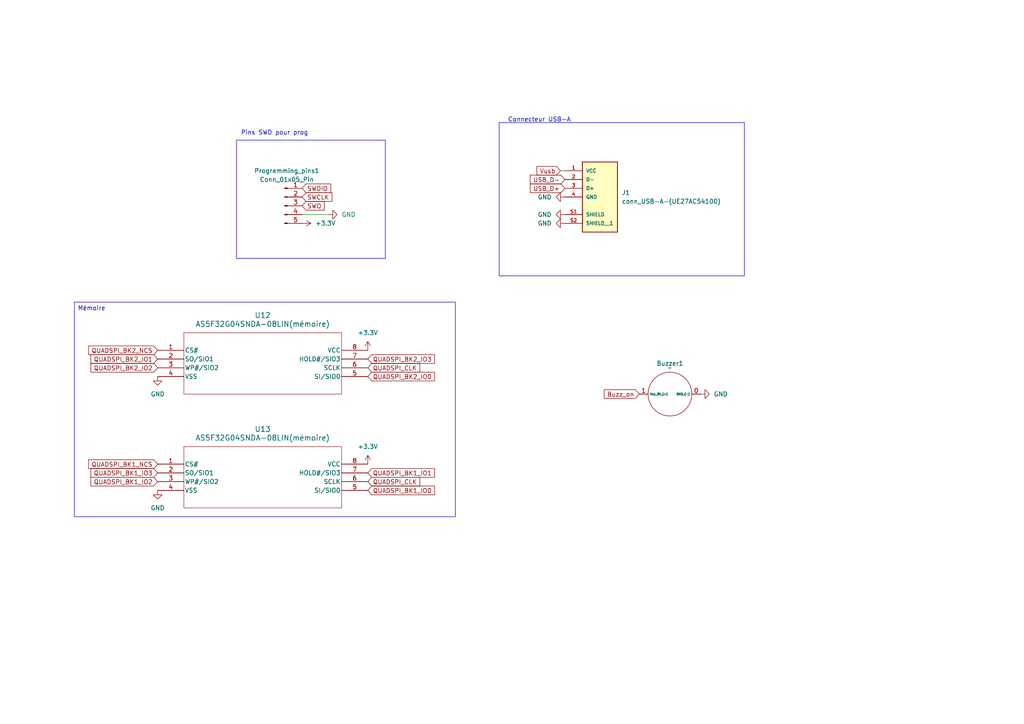
<source format=kicad_sch>
(kicad_sch (version 20230121) (generator eeschema)
  (paper "A4")
  (lib_symbols
    (symbol "Connector:Conn_01x05_Pin" (pin_names (offset 1.016) hide)
      (property "Reference" "J" (at 0 7.62 0))
      (property "Value" "Conn_01x05_Pin" (at 0 -7.62 0))
      (symbol "Conn_01x05_Pin_1_1"
        (polyline (pts (xy 1.27 -5.08) (xy 0.8636 -5.08)) (stroke (width 0.1524)))
        (polyline (pts (xy 1.27 -2.54) (xy 0.8636 -2.54)) (stroke (width 0.1524)))
        (polyline (pts (xy 1.27 0) (xy 0.8636 0)) (stroke (width 0.1524)))
        (polyline (pts (xy 1.27 2.54) (xy 0.8636 2.54)) (stroke (width 0.1524)))
        (polyline (pts (xy 1.27 5.08) (xy 0.8636 5.08)) (stroke (width 0.1524)))
        (rectangle (start 0.8636 -4.953) (end 0 -5.207) (stroke (width 0.1524)) (fill (type outline)))
        (rectangle (start 0.8636 -2.413) (end 0 -2.667) (stroke (width 0.1524)) (fill (type outline)))
        (rectangle (start 0.8636 0.127) (end 0 -0.127) (stroke (width 0.1524)) (fill (type outline)))
        (rectangle (start 0.8636 2.667) (end 0 2.413) (stroke (width 0.1524)) (fill (type outline)))
        (rectangle (start 0.8636 5.207) (end 0 4.953) (stroke (width 0.1524)) (fill (type outline)))
        (pin passive line (at 5.08 5.08 180) (length 3.81) (name "Pin_1") (number "1"))
        (pin passive line (at 5.08 2.54 180) (length 3.81) (name "Pin_2") (number "2"))
        (pin passive line (at 5.08 0 180) (length 3.81) (name "Pin_3") (number "3"))
        (pin passive line (at 5.08 -2.54 180) (length 3.81) (name "Pin_4") (number "4"))
        (pin passive line (at 5.08 -5.08 180) (length 3.81) (name "Pin_5") (number "5"))
      )
    )
    (symbol "GAUL-Symboles:AS5F32G04SNDA-08LIN(mémoire)" (pin_names (offset 0.254))
      (property "Reference" "U" (at 30.48 10.16 0))
      (property "Value" "AS5F32G04SNDA-08LIN(mémoire)" (at 30.48 7.62 0))
      (symbol "AS5F32G04SNDA-08LIN(mémoire)_0_1"
        (polyline (pts (xy 7.62 -12.7) (xy 53.34 -12.7)) (stroke (width 0.127)))
        (polyline (pts (xy 7.62 5.08) (xy 7.62 -12.7)) (stroke (width 0.127)))
        (polyline (pts (xy 53.34 -12.7) (xy 53.34 5.08)) (stroke (width 0.127)))
        (polyline (pts (xy 53.34 5.08) (xy 7.62 5.08)) (stroke (width 0.127)))
        (pin unspecified line (at 0 0 0) (length 7.62) (name "CS#") (number "1"))
        (pin unspecified line (at 0 -2.54 0) (length 7.62) (name "SO/SIO1") (number "2"))
        (pin unspecified line (at 0 -5.08 0) (length 7.62) (name "WP#/SIO2") (number "3"))
        (pin power_out line (at 0 -7.62 0) (length 7.62) (name "VSS") (number "4"))
        (pin unspecified line (at 60.96 -7.62 180) (length 7.62) (name "SI/SIO0") (number "5"))
        (pin unspecified line (at 60.96 -5.08 180) (length 7.62) (name "SCLK") (number "6"))
        (pin unspecified line (at 60.96 -2.54 180) (length 7.62) (name "HOLD#/SIO3") (number "7"))
        (pin power_in line (at 60.96 0 180) (length 7.62) (name "VCC") (number "8"))
      )
    )
    (symbol "GAUL-Symboles:Buzzer-(2104-IE092503-1-ND)"
      (property "Reference" "Buzzer" (at 0 1.27 0))
      (symbol "Buzzer-(2104-IE092503-1-ND)_0_1"
        (circle (center 0 -6.35) (radius 6.35))
      )
      (symbol "Buzzer-(2104-IE092503-1-ND)_1_1"
        (pin input line (at 8.89 -6.35 180) (length 2.54) (name "GND_(-)") (number "0"))
        (pin input line (at -8.89 -6.35 0) (length 2.54) (name "Vcc_3V_(+)") (number "1"))
      )
    )
    (symbol "GAUL-Symboles:conn_USB-A-(UE27AC54100)" (pin_names (offset 1.016))
      (property "Reference" "J" (at -5.08 8.89 0))
      (property "Value" "conn_USB-A-(UE27AC54100)" (at -5.08 -15.24 0))
      (symbol "conn_USB-A-(UE27AC54100)_0_0"
        (rectangle (start -5.08 -12.7) (end 5.08 7.62) (stroke (width 0.254)) (fill (type background)))
        (pin power_in line (at -10.16 5.08 0) (length 5.08) (name "VCC") (number "1"))
        (pin bidirectional line (at -10.16 2.54 0) (length 5.08) (name "D-") (number "2"))
        (pin bidirectional line (at -10.16 0 0) (length 5.08) (name "D+") (number "3"))
        (pin power_in line (at -10.16 -2.54 0) (length 5.08) (name "GND") (number "4"))
        (pin passive line (at -10.16 -7.62 0) (length 5.08) (name "SHIELD") (number "S1"))
        (pin passive line (at -10.16 -10.16 0) (length 5.08) (name "SHIELD__1") (number "S2"))
      )
    )
    (symbol "power:+3.3V" (power) (pin_names (offset 0))
      (property "Value" "+3.3V" (at 0 3.556 0))
      (symbol "+3.3V_0_1"
        (polyline (pts (xy -0.762 1.27) (xy 0 2.54)))
        (polyline (pts (xy 0 0) (xy 0 2.54)))
        (polyline (pts (xy 0 2.54) (xy 0.762 1.27)))
      )
      (symbol "+3.3V_1_1"
        (pin power_in line (at 0 0 90) (length 0) hide (name "+3.3V") (number "1"))
      )
    )
    (symbol "power:GND" (power) (pin_names (offset 0))
      (property "Value" "GND" (at 0 -3.81 0))
      (symbol "GND_0_1"
        (polyline (pts (xy 0 0) (xy 0 -1.27) (xy 1.27 -1.27) (xy 0 -2.54) (xy -1.27 -1.27) (xy 0 -1.27)))
      )
      (symbol "GND_1_1"
        (pin power_in line (at 0 0 270) (length 0) hide (name "GND") (number "1"))
      )
    )
  )
  (wire (pts (xy 95.25 62.23) (xy 87.63 62.23)))
  (wire (pts (xy 162.56 49.53) (xy 163.83 49.53)))
  (rectangle (start 144.78 35.56) (end 215.9 80.01))
  (rectangle (start 68.58 40.64) (end 111.76 74.93))
  (text_box "Mémoire" (at 21.59 87.63 0) (size 110.49 62.23) (effects (font (size 1.27 1.27)) (justify left top)))
  (text "Pins SWD pour prog\n" (at 69.85 39.37 0) (effects (font (size 1.27 1.27)) (justify left bottom)))
  (text "Connecteur USB-A" (at 147.32 35.56 0) (effects (font (size 1.27 1.27)) (justify left bottom)))
  (global_label "SWO" (shape input) (at 87.63 59.69 0) (property "Intersheetrefs" "${INTERSHEET_REFS}" (effects hide)))
  (global_label "QUADSPI_BK2_IO2" (shape input) (at 45.72 106.68 180) (property "Intersheetrefs" "${INTERSHEET_REFS}" (effects hide)))
  (global_label "SWDIO" (shape input) (at 87.63 54.61 0) (property "Intersheetrefs" "${INTERSHEET_REFS}" (effects hide)))
  (global_label "QUADSPI_BK1_NCS" (shape input) (at 45.72 134.62 180) (property "Intersheetrefs" "${INTERSHEET_REFS}" (effects hide)))
  (global_label "USB_D-" (shape input) (at 163.83 52.07 180) (property "Intersheetrefs" "${INTERSHEET_REFS}" (effects hide)))
  (global_label "QUADSPI_BK1_IO3" (shape input) (at 45.72 137.16 180) (property "Intersheetrefs" "${INTERSHEET_REFS}" (effects hide)))
  (global_label "QUADSPI_BK2_IO3" (shape input) (at 106.68 104.14 0) (property "Intersheetrefs" "${INTERSHEET_REFS}" (effects hide)))
  (global_label "Vusb" (shape input) (at 162.56 49.53 180) (property "Intersheetrefs" "${INTERSHEET_REFS}" (effects hide)))
  (global_label "QUADSPI_BK1_IO2" (shape input) (at 45.72 139.7 180) (property "Intersheetrefs" "${INTERSHEET_REFS}" (effects hide)))
  (global_label "QUADSPI_BK1_IO1" (shape input) (at 106.68 137.16 0) (property "Intersheetrefs" "${INTERSHEET_REFS}" (effects hide)))
  (global_label "Buzz_on" (shape input) (at 185.42 114.3 180) (property "Intersheetrefs" "${INTERSHEET_REFS}" (effects hide)))
  (global_label "SWCLK" (shape input) (at 87.63 57.15 0) (property "Intersheetrefs" "${INTERSHEET_REFS}" (effects hide)))
  (global_label "QUADSPI_BK1_IO0" (shape input) (at 106.68 142.24 0) (property "Intersheetrefs" "${INTERSHEET_REFS}" (effects hide)))
  (global_label "QUADSPI_BK2_IO0" (shape input) (at 106.68 109.22 0) (property "Intersheetrefs" "${INTERSHEET_REFS}" (effects hide)))
  (global_label "QUADSPI_CLK" (shape input) (at 106.68 139.7 0) (property "Intersheetrefs" "${INTERSHEET_REFS}" (effects hide)))
  (global_label "USB_D+" (shape input) (at 163.83 54.61 180) (property "Intersheetrefs" "${INTERSHEET_REFS}" (effects hide)))
  (global_label "QUADSPI_CLK" (shape input) (at 106.68 106.68 0) (property "Intersheetrefs" "${INTERSHEET_REFS}" (effects hide)))
  (global_label "QUADSPI_BK2_IO1" (shape input) (at 45.72 104.14 180) (property "Intersheetrefs" "${INTERSHEET_REFS}" (effects hide)))
  (global_label "QUADSPI_BK2_NCS" (shape input) (at 45.72 101.6 180) (property "Intersheetrefs" "${INTERSHEET_REFS}" (effects hide)))
  (symbol (lib_id "power:+3.3V") (at 87.63 64.77 270) (unit 1)
    (property "Reference" "#PWR?" (effects hide))
    (property "Value" "+3.3V" (at 91.44 64.77 90) (effects (justify left)))
    (instances (project "Payload" (path "" (reference "#PWR?") (unit 1)) (path "" (reference "#PWR?") (unit 1)) (path "" (reference "#PWR0128") (unit 1))))
  )
  (symbol (lib_id "power:GND") (at 45.72 109.22 0) (unit 1)
    (property "Reference" "#PWR?" (effects hide))
    (property "Value" "GND" (at 45.72 114.3 0))
    (instances (project "Payload" (path "" (reference "#PWR?") (unit 1)) (path "" (reference "#PWR?") (unit 1)) (path "" (reference "#PWR0131") (unit 1))))
  )
  (symbol (lib_id "GAUL-Symboles:AS5F32G04SNDA-08LIN(mémoire)") (at 45.72 134.62 0) (unit 1)
    (property "Reference" "U13" (at 76.2 124.46 0) (effects (font (size 1.524 1.524))))
    (property "Value" "AS5F32G04SNDA-08LIN(mémoire)" (at 76.2 127 0) (effects (font (size 1.524 1.524))))
    (property "Footprint" "GAUL-Empreintes:IC8_AS5F12G04SND-10LIN_ALL-L" (effects hide))
    (property "Datasheet" "AS5F12G04SND-10LIN" (effects hide))
  )
  (symbol (lib_id "power:GND") (at 163.83 64.77 270) (unit 1)
    (property "Reference" "#PWR?" (effects hide))
    (property "Value" "GND" (at 160.02 64.77 90) (effects (justify right)))
    (instances (project "Payload" (path "" (reference "#PWR?") (unit 1)) (path "" (reference "#PWR?") (unit 1)) (path "" (reference "#PWR0129") (unit 1))))
  )
  (symbol (lib_id "power:GND") (at 163.83 62.23 270) (unit 1)
    (property "Reference" "#PWR?" (effects hide))
    (property "Value" "GND" (at 160.02 62.23 90) (effects (justify right)))
    (instances (project "Payload" (path "" (reference "#PWR?") (unit 1)) (path "" (reference "#PWR?") (unit 1)) (path "" (reference "#PWR0127") (unit 1))))
  )
  (symbol (lib_id "power:GND") (at 45.72 142.24 0) (unit 1)
    (property "Reference" "#PWR?" (effects hide))
    (property "Value" "GND" (at 45.72 147.32 0))
    (instances (project "Payload" (path "" (reference "#PWR?") (unit 1)) (path "" (reference "#PWR?") (unit 1)) (path "" (reference "#PWR0133") (unit 1))))
  )
  (symbol (lib_id "GAUL-Symboles:AS5F32G04SNDA-08LIN(mémoire)") (at 45.72 101.6 0) (unit 1)
    (property "Reference" "U12" (at 76.2 91.44 0) (effects (font (size 1.524 1.524))))
    (property "Value" "AS5F32G04SNDA-08LIN(mémoire)" (at 76.2 93.98 0) (effects (font (size 1.524 1.524))))
    (property "Footprint" "GAUL-Empreintes:IC8_AS5F12G04SND-10LIN_ALL-L" (effects hide))
    (property "Datasheet" "AS5F12G04SND-10LIN" (effects hide))
  )
  (symbol (lib_id "GAUL-Symboles:conn_USB-A-(UE27AC54100)") (at 173.99 54.61 0) (unit 1)
    (property "Reference" "J1" (at 180.34 55.88 0) (effects (justify left)))
    (property "Value" "conn_USB-A-(UE27AC54100)" (at 180.34 58.42 0) (effects (justify left)))
    (property "Footprint" "UE27AC54100:AMPHENOL_UE27AC54100" (effects hide))
    (property "PARTREV" "E" (effects hide))
    (property "STANDARD" "Manufacturer Recommendations" (effects hide))
    (property "MAXIMUM_PACKAGE_HEIGHT" "7.12mm" (effects hide))
    (property "MANUFACTURER" "Amphenol" (effects hide))
  )
  (symbol (lib_id "power:GND") (at 163.83 57.15 270) (unit 1)
    (property "Reference" "#PWR?" (effects hide))
    (property "Value" "GND" (at 160.02 57.15 90) (effects (justify right)))
    (instances (project "Payload" (path "" (reference "#PWR?") (unit 1)) (path "" (reference "#PWR?") (unit 1)) (path "" (reference "#PWR0125") (unit 1))))
  )
  (symbol (lib_id "power:GND") (at 95.25 62.23 90) (unit 1)
    (property "Reference" "#PWR?" (effects hide))
    (property "Value" "GND" (at 99.06 62.23 90) (effects (justify right)))
    (instances (project "Payload" (path "" (reference "#PWR?") (unit 1)) (path "" (reference "#PWR?") (unit 1)) (path "" (reference "#PWR0126") (unit 1))))
  )
  (symbol (lib_id "Connector:Conn_01x05_Pin") (at 82.55 59.69 0) (unit 1)
    (property "Reference" "Programming_pins1" (at 83.185 49.53 0))
    (property "Value" "Conn_01x05_Pin" (at 83.185 52.07 0))
  )
  (symbol (lib_id "GAUL-Symboles:Buzzer-(2104-IE092503-1-ND)") (at 194.31 107.95 0) (unit 1)
    (property "Reference" "Buzzer1" (at 194.31 105.41 0))
    (property "Value" "~" (at 194.31 106.68 0))
  )
  (symbol (lib_id "power:GND") (at 203.2 114.3 90) (unit 1)
    (property "Reference" "#PWR?" (effects hide))
    (property "Value" "GND" (at 207.01 114.3 90) (effects (justify right)))
    (instances (project "Payload" (path "" (reference "#PWR?") (unit 1)) (path "" (reference "#PWR?") (unit 1)) (path "" (reference "#PWR0138") (unit 1))))
  )
  (symbol (lib_id "power:+3.3V") (at 106.68 134.62 0) (unit 1)
    (property "Reference" "#PWR?" (effects hide))
    (property "Value" "+3.3V" (at 106.68 129.54 0))
    (instances (project "Payload" (path "" (reference "#PWR?") (unit 1)) (path "" (reference "#PWR?") (unit 1)) (path "" (reference "#PWR0132") (unit 1))))
  )
  (symbol (lib_id "power:+3.3V") (at 106.68 101.6 0) (unit 1)
    (property "Reference" "#PWR?" (effects hide))
    (property "Value" "+3.3V" (at 106.68 96.52 0))
    (instances (project "Payload" (path "" (reference "#PWR?") (unit 1)) (path "" (reference "#PWR?") (unit 1)) (path "" (reference "#PWR0130") (unit 1))))
  )
)
</source>
